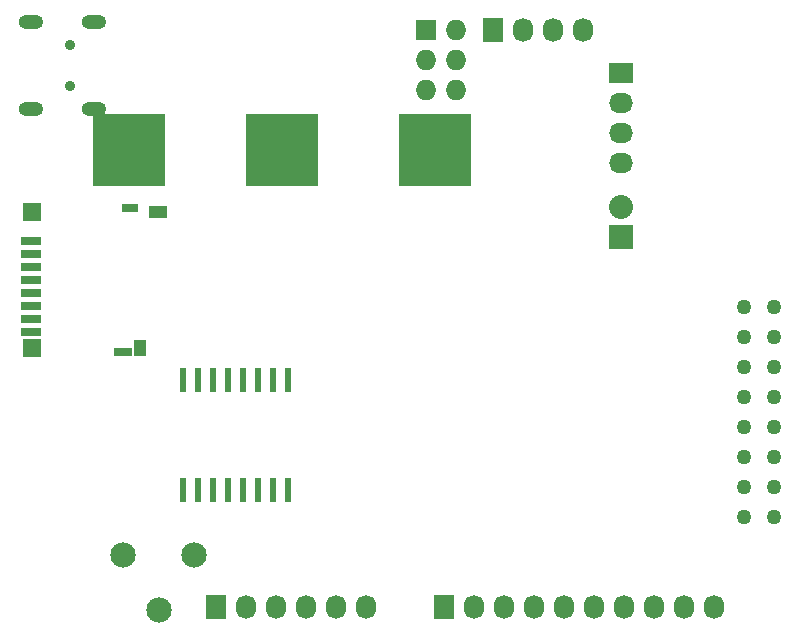
<source format=gbs>
G04 #@! TF.FileFunction,Soldermask,Bot*
%FSLAX46Y46*%
G04 Gerber Fmt 4.6, Leading zero omitted, Abs format (unit mm)*
G04 Created by KiCad (PCBNEW (2015-01-06 BZR 5261)-product) date Thursday, April 09, 2015 'PMt' 11:27:51 PM*
%MOMM*%
G01*
G04 APERTURE LIST*
%ADD10C,0.152400*%
%ADD11C,1.270000*%
%ADD12C,2.150000*%
%ADD13R,1.727200X2.032000*%
%ADD14O,1.727200X2.032000*%
%ADD15R,2.032000X1.727200*%
%ADD16O,2.032000X1.727200*%
%ADD17R,2.032000X2.032000*%
%ADD18O,2.032000X2.032000*%
%ADD19O,2.100000X1.200000*%
%ADD20C,0.900000*%
%ADD21R,1.750000X0.700000*%
%ADD22R,1.500000X1.500000*%
%ADD23R,1.500000X0.800000*%
%ADD24R,1.400000X0.800000*%
%ADD25R,1.550000X1.000000*%
%ADD26R,1.000000X1.450000*%
%ADD27R,1.727200X1.727200*%
%ADD28O,1.727200X1.727200*%
%ADD29R,6.096000X6.096000*%
%ADD30R,0.590000X2.050000*%
G04 APERTURE END LIST*
D10*
D11*
X195326000Y-129413000D03*
X197866000Y-129413000D03*
X195326000Y-126873000D03*
X197866000Y-126873000D03*
X195326000Y-124333000D03*
X197866000Y-124333000D03*
X195326000Y-121793000D03*
X197866000Y-121793000D03*
X195326000Y-119253000D03*
X197866000Y-119253000D03*
X195326000Y-116713000D03*
X197866000Y-116713000D03*
X195326000Y-114173000D03*
X197866000Y-114173000D03*
X195326000Y-111633000D03*
X197866000Y-111633000D03*
D12*
X142796000Y-132588000D03*
X148796000Y-132588000D03*
X145796000Y-137288000D03*
D13*
X150622000Y-137033000D03*
D14*
X153162000Y-137033000D03*
X155702000Y-137033000D03*
X158242000Y-137033000D03*
X160782000Y-137033000D03*
X163322000Y-137033000D03*
D13*
X169926000Y-137033000D03*
D14*
X172466000Y-137033000D03*
X175006000Y-137033000D03*
X177546000Y-137033000D03*
X180086000Y-137033000D03*
X182626000Y-137033000D03*
X185166000Y-137033000D03*
X187706000Y-137033000D03*
X190246000Y-137033000D03*
X192786000Y-137033000D03*
D15*
X184912000Y-91821000D03*
D16*
X184912000Y-94361000D03*
X184912000Y-96901000D03*
X184912000Y-99441000D03*
D17*
X184912000Y-105664000D03*
D18*
X184912000Y-103124000D03*
D19*
X140323000Y-87536000D03*
X140323000Y-94836000D03*
X135023000Y-94836000D03*
X135023000Y-87536000D03*
D20*
X138323000Y-89436000D03*
X138323000Y-92936000D03*
D21*
X134977000Y-106067000D03*
X134977000Y-107167000D03*
X134977000Y-108267000D03*
X134977000Y-109367000D03*
X134977000Y-110467000D03*
X134977000Y-111567000D03*
X134977000Y-112667000D03*
X134977000Y-113767000D03*
D22*
X135077000Y-115067000D03*
X135077000Y-103617000D03*
D23*
X142757000Y-115417000D03*
D24*
X143327000Y-103267000D03*
D25*
X145727000Y-103617000D03*
D26*
X144227000Y-115117000D03*
D27*
X168402000Y-88138000D03*
D28*
X170942000Y-88138000D03*
X168402000Y-90678000D03*
X170942000Y-90678000D03*
X168402000Y-93218000D03*
X170942000Y-93218000D03*
D29*
X156210000Y-98298000D03*
X169164000Y-98298000D03*
X143256000Y-98298000D03*
D30*
X156718000Y-127127000D03*
X155448000Y-127127000D03*
X154178000Y-127127000D03*
X152908000Y-127127000D03*
X151638000Y-127127000D03*
X150368000Y-127127000D03*
X149098000Y-127127000D03*
X147828000Y-127127000D03*
X147828000Y-117817000D03*
X149098000Y-117817000D03*
X150368000Y-117817000D03*
X151638000Y-117817000D03*
X152908000Y-117817000D03*
X154178000Y-117817000D03*
X155448000Y-117817000D03*
X156718000Y-117817000D03*
D13*
X174117000Y-88138000D03*
D14*
X176657000Y-88138000D03*
X179197000Y-88138000D03*
X181737000Y-88138000D03*
M02*

</source>
